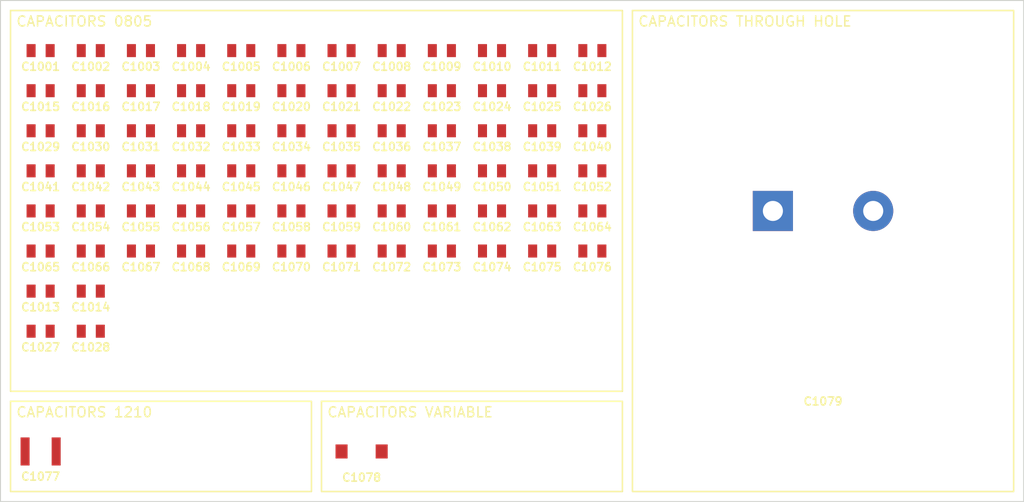
<source format=kicad_pcb>
(kicad_pcb (version 20241229) (generator "pcbnew") (generator_version "9.0")
  (title_block (title "Capacitors") (date "2026-01-06") (rev "1") (comment 1 "-") (comment 2 "-"))
  (layers (0 "F.Cu" signal) (2 "B.Cu" signal) (13 "F.Paste" user) (15 "B.Paste" user) (5 "F.SilkS" user "F.Silkscreen") (7 "B.SilkS" user "B.Silkscreen") (1 "F.Mask" user) (3 "B.Mask" user) (25 "Edge.Cuts" user))
  (net 0 "")
  (footprint "lily_footprints:cap_0805" (layer "F.Cu") (at 149 71)
    (property "Reference" "C1062" (at 0 1.6 0) (layer "F.SilkS") (effects (font (size 0.8 0.8) (thickness 0.16))))
    (property "Value" "56n" (hide yes))
    (pad "1" smd rect (at -0.95 0) (size 0.9 1.3) (layers "F.Cu" "F.Mask" "F.Paste"))
    (pad "2" smd rect (at 0.95 0) (size 0.9 1.3) (layers "F.Cu" "F.Mask" "F.Paste"))
  )
  (footprint "lily_footprints:cap_0805" (layer "F.Cu") (at 139 63)
    (property "Reference" "C1036" (at 0 1.6 0) (layer "F.SilkS") (effects (font (size 0.8 0.8) (thickness 0.16))))
    (property "Value" "390p" (hide yes))
    (pad "1" smd rect (at -0.95 0) (size 0.9 1.3) (layers "F.Cu" "F.Mask" "F.Paste"))
    (pad "2" smd rect (at 0.95 0) (size 0.9 1.3) (layers "F.Cu" "F.Mask" "F.Paste"))
  )
  (footprint "lily_footprints:cap_0805" (layer "F.Cu") (at 119 55)
    (property "Reference" "C1004" (at 0 1.6 0) (layer "F.SilkS") (effects (font (size 0.8 0.8) (thickness 0.16))))
    (property "Value" "1p8" (hide yes))
    (pad "1" smd rect (at -0.95 0) (size 0.9 1.3) (layers "F.Cu" "F.Mask" "F.Paste"))
    (pad "2" smd rect (at 0.95 0) (size 0.9 1.3) (layers "F.Cu" "F.Mask" "F.Paste"))
  )
  (footprint "lily_footprints:cap_0805" (layer "F.Cu") (at 114 63)
    (property "Reference" "C1031" (at 0 1.6 0) (layer "F.SilkS") (effects (font (size 0.8 0.8) (thickness 0.16))))
    (property "Value" "150p" (hide yes))
    (pad "1" smd rect (at -0.95 0) (size 0.9 1.3) (layers "F.Cu" "F.Mask" "F.Paste"))
    (pad "2" smd rect (at 0.95 0) (size 0.9 1.3) (layers "F.Cu" "F.Mask" "F.Paste"))
  )
  (footprint "lily_footprints:cap_0805" (layer "F.Cu") (at 104 63)
    (property "Reference" "C1029" (at 0 1.6 0) (layer "F.SilkS") (effects (font (size 0.8 0.8) (thickness 0.16))))
    (property "Value" "100p" (hide yes))
    (pad "1" smd rect (at -0.95 0) (size 0.9 1.3) (layers "F.Cu" "F.Mask" "F.Paste"))
    (pad "2" smd rect (at 0.95 0) (size 0.9 1.3) (layers "F.Cu" "F.Mask" "F.Paste"))
  )
  (footprint "lily_footprints:cap_0805" (layer "F.Cu") (at 109 83)
    (property "Reference" "C1028" (at 0 1.6 0) (layer "F.SilkS") (effects (font (size 0.8 0.8) (thickness 0.16))))
    (property "Value" "22u" (hide yes))
    (pad "1" smd rect (at -0.95 0) (size 0.9 1.3) (layers "F.Cu" "F.Mask" "F.Paste"))
    (pad "2" smd rect (at 0.95 0) (size 0.9 1.3) (layers "F.Cu" "F.Mask" "F.Paste"))
  )
  (footprint "lily_footprints:cap_0805" (layer "F.Cu") (at 129 63)
    (property "Reference" "C1034" (at 0 1.6 0) (layer "F.SilkS") (effects (font (size 0.8 0.8) (thickness 0.16))))
    (property "Value" "270p" (hide yes))
    (pad "1" smd rect (at -0.95 0) (size 0.9 1.3) (layers "F.Cu" "F.Mask" "F.Paste"))
    (pad "2" smd rect (at 0.95 0) (size 0.9 1.3) (layers "F.Cu" "F.Mask" "F.Paste"))
  )
  (footprint "lily_footprints:cap_0805" (layer "F.Cu") (at 109 67)
    (property "Reference" "C1042" (at 0 1.6 0) (layer "F.SilkS") (effects (font (size 0.8 0.8) (thickness 0.16))))
    (property "Value" "1n2" (hide yes))
    (pad "1" smd rect (at -0.95 0) (size 0.9 1.3) (layers "F.Cu" "F.Mask" "F.Paste"))
    (pad "2" smd rect (at 0.95 0) (size 0.9 1.3) (layers "F.Cu" "F.Mask" "F.Paste"))
  )
  (footprint "lily_footprints:cap_0805" (layer "F.Cu") (at 149 63)
    (property "Reference" "C1038" (at 0 1.6 0) (layer "F.SilkS") (effects (font (size 0.8 0.8) (thickness 0.16))))
    (property "Value" "560p" (hide yes))
    (pad "1" smd rect (at -0.95 0) (size 0.9 1.3) (layers "F.Cu" "F.Mask" "F.Paste"))
    (pad "2" smd rect (at 0.95 0) (size 0.9 1.3) (layers "F.Cu" "F.Mask" "F.Paste"))
  )
  (footprint "lily_footprints:cap_0805" (layer "F.Cu") (at 134 63)
    (property "Reference" "C1035" (at 0 1.6 0) (layer "F.SilkS") (effects (font (size 0.8 0.8) (thickness 0.16))))
    (property "Value" "330p" (hide yes))
    (pad "1" smd rect (at -0.95 0) (size 0.9 1.3) (layers "F.Cu" "F.Mask" "F.Paste"))
    (pad "2" smd rect (at 0.95 0) (size 0.9 1.3) (layers "F.Cu" "F.Mask" "F.Paste"))
  )
  (footprint "lily_footprints:cap_0805" (layer "F.Cu") (at 119 71)
    (property "Reference" "C1056" (at 0 1.6 0) (layer "F.SilkS") (effects (font (size 0.8 0.8) (thickness 0.16))))
    (property "Value" "18n" (hide yes))
    (pad "1" smd rect (at -0.95 0) (size 0.9 1.3) (layers "F.Cu" "F.Mask" "F.Paste"))
    (pad "2" smd rect (at 0.95 0) (size 0.9 1.3) (layers "F.Cu" "F.Mask" "F.Paste"))
  )
  (footprint "lily_footprints:cap_1210" (layer "F.Cu") (at 104 95)
    (property "Reference" "C1077" (at 0 2.5 0) (layer "F.SilkS") (effects (font (size 0.8 0.8) (thickness 0.16))))
    (property "Value" "47u" (hide yes))
    (pad "1" smd rect (at -1.55 0) (size 0.9 2.8) (layers "F.Cu" "F.Mask" "F.Paste"))
    (pad "2" smd rect (at 1.55 0) (size 0.9 2.8) (layers "F.Cu" "F.Mask" "F.Paste"))
  )
  (footprint "lily_footprints:cap_0805" (layer "F.Cu") (at 144 63)
    (property "Reference" "C1037" (at 0 1.6 0) (layer "F.SilkS") (effects (font (size 0.8 0.8) (thickness 0.16))))
    (property "Value" "470p" (hide yes))
    (pad "1" smd rect (at -0.95 0) (size 0.9 1.3) (layers "F.Cu" "F.Mask" "F.Paste"))
    (pad "2" smd rect (at 0.95 0) (size 0.9 1.3) (layers "F.Cu" "F.Mask" "F.Paste"))
  )
  (footprint "lily_footprints:cap_0805" (layer "F.Cu") (at 124 59)
    (property "Reference" "C1019" (at 0 1.6 0) (layer "F.SilkS") (effects (font (size 0.8 0.8) (thickness 0.16))))
    (property "Value" "22p" (hide yes))
    (pad "1" smd rect (at -0.95 0) (size 0.9 1.3) (layers "F.Cu" "F.Mask" "F.Paste"))
    (pad "2" smd rect (at 0.95 0) (size 0.9 1.3) (layers "F.Cu" "F.Mask" "F.Paste"))
  )
  (footprint "lily_footprints:cap_0805" (layer "F.Cu") (at 149 75)
    (property "Reference" "C1074" (at 0 1.6 0) (layer "F.SilkS") (effects (font (size 0.8 0.8) (thickness 0.16))))
    (property "Value" "560n" (hide yes))
    (pad "1" smd rect (at -0.95 0) (size 0.9 1.3) (layers "F.Cu" "F.Mask" "F.Paste"))
    (pad "2" smd rect (at 0.95 0) (size 0.9 1.3) (layers "F.Cu" "F.Mask" "F.Paste"))
  )
  (footprint "lily_footprints:cap_0805" (layer "F.Cu") (at 144 55)
    (property "Reference" "C1009" (at 0 1.6 0) (layer "F.SilkS") (effects (font (size 0.8 0.8) (thickness 0.16))))
    (property "Value" "4p7" (hide yes))
    (pad "1" smd rect (at -0.95 0) (size 0.9 1.3) (layers "F.Cu" "F.Mask" "F.Paste"))
    (pad "2" smd rect (at 0.95 0) (size 0.9 1.3) (layers "F.Cu" "F.Mask" "F.Paste"))
  )
  (footprint "lily_footprints:cap_0805" (layer "F.Cu") (at 139 75)
    (property "Reference" "C1072" (at 0 1.6 0) (layer "F.SilkS") (effects (font (size 0.8 0.8) (thickness 0.16))))
    (property "Value" "390n" (hide yes))
    (pad "1" smd rect (at -0.95 0) (size 0.9 1.3) (layers "F.Cu" "F.Mask" "F.Paste"))
    (pad "2" smd rect (at 0.95 0) (size 0.9 1.3) (layers "F.Cu" "F.Mask" "F.Paste"))
  )
  (footprint "lily_footprints:cap_0805" (layer "F.Cu") (at 119 75)
    (property "Reference" "C1068" (at 0 1.6 0) (layer "F.SilkS") (effects (font (size 0.8 0.8) (thickness 0.16))))
    (property "Value" "180n" (hide yes))
    (pad "1" smd rect (at -0.95 0) (size 0.9 1.3) (layers "F.Cu" "F.Mask" "F.Paste"))
    (pad "2" smd rect (at 0.95 0) (size 0.9 1.3) (layers "F.Cu" "F.Mask" "F.Paste"))
  )
  (footprint "lily_footprints:cap_0805" (layer "F.Cu") (at 144 71)
    (property "Reference" "C1061" (at 0 1.6 0) (layer "F.SilkS") (effects (font (size 0.8 0.8) (thickness 0.16))))
    (property "Value" "47n" (hide yes))
    (pad "1" smd rect (at -0.95 0) (size 0.9 1.3) (layers "F.Cu" "F.Mask" "F.Paste"))
    (pad "2" smd rect (at 0.95 0) (size 0.9 1.3) (layers "F.Cu" "F.Mask" "F.Paste"))
  )
  (footprint "lily_footprints:cap_0805" (layer "F.Cu") (at 104 55)
    (property "Reference" "C1001" (at 0 1.6 0) (layer "F.SilkS") (effects (font (size 0.8 0.8) (thickness 0.16))))
    (property "Value" "1p0" (hide yes))
    (pad "1" smd rect (at -0.95 0) (size 0.9 1.3) (layers "F.Cu" "F.Mask" "F.Paste"))
    (pad "2" smd rect (at 0.95 0) (size 0.9 1.3) (layers "F.Cu" "F.Mask" "F.Paste"))
  )
  (footprint "lily_footprints:cap_0805" (layer "F.Cu") (at 139 59)
    (property "Reference" "C1022" (at 0 1.6 0) (layer "F.SilkS") (effects (font (size 0.8 0.8) (thickness 0.16))))
    (property "Value" "39p" (hide yes))
    (pad "1" smd rect (at -0.95 0) (size 0.9 1.3) (layers "F.Cu" "F.Mask" "F.Paste"))
    (pad "2" smd rect (at 0.95 0) (size 0.9 1.3) (layers "F.Cu" "F.Mask" "F.Paste"))
  )
  (footprint "lily_footprints:cap_0805" (layer "F.Cu") (at 144 75)
    (property "Reference" "C1073" (at 0 1.6 0) (layer "F.SilkS") (effects (font (size 0.8 0.8) (thickness 0.16))))
    (property "Value" "470n" (hide yes))
    (pad "1" smd rect (at -0.95 0) (size 0.9 1.3) (layers "F.Cu" "F.Mask" "F.Paste"))
    (pad "2" smd rect (at 0.95 0) (size 0.9 1.3) (layers "F.Cu" "F.Mask" "F.Paste"))
  )
  (footprint "lily_footprints:cap_0805" (layer "F.Cu") (at 129 75)
    (property "Reference" "C1070" (at 0 1.6 0) (layer "F.SilkS") (effects (font (size 0.8 0.8) (thickness 0.16))))
    (property "Value" "270n" (hide yes))
    (pad "1" smd rect (at -0.95 0) (size 0.9 1.3) (layers "F.Cu" "F.Mask" "F.Paste"))
    (pad "2" smd rect (at 0.95 0) (size 0.9 1.3) (layers "F.Cu" "F.Mask" "F.Paste"))
  )
  (footprint "lily_footprints:cap_0805" (layer "F.Cu") (at 124 55)
    (property "Reference" "C1005" (at 0 1.6 0) (layer "F.SilkS") (effects (font (size 0.8 0.8) (thickness 0.16))))
    (property "Value" "2p2" (hide yes))
    (pad "1" smd rect (at -0.95 0) (size 0.9 1.3) (layers "F.Cu" "F.Mask" "F.Paste"))
    (pad "2" smd rect (at 0.95 0) (size 0.9 1.3) (layers "F.Cu" "F.Mask" "F.Paste"))
  )
  (footprint "lily_footprints:cap_0805" (layer "F.Cu") (at 139 55)
    (property "Reference" "C1008" (at 0 1.6 0) (layer "F.SilkS") (effects (font (size 0.8 0.8) (thickness 0.16))))
    (property "Value" "3p9" (hide yes))
    (pad "1" smd rect (at -0.95 0) (size 0.9 1.3) (layers "F.Cu" "F.Mask" "F.Paste"))
    (pad "2" smd rect (at 0.95 0) (size 0.9 1.3) (layers "F.Cu" "F.Mask" "F.Paste"))
  )
  (footprint "lily_footprints:cap_0805" (layer "F.Cu") (at 159 59)
    (property "Reference" "C1026" (at 0 1.6 0) (layer "F.SilkS") (effects (font (size 0.8 0.8) (thickness 0.16))))
    (property "Value" "82p" (hide yes))
    (pad "1" smd rect (at -0.95 0) (size 0.9 1.3) (layers "F.Cu" "F.Mask" "F.Paste"))
    (pad "2" smd rect (at 0.95 0) (size 0.9 1.3) (layers "F.Cu" "F.Mask" "F.Paste"))
  )
  (footprint "lily_footprints:cap_elec_rad_35x52mm_th" (layer "F.Cu") (at 177 71)
    (property "Reference" "C1079" (at 5 19 0) (layer "F.SilkS") (effects (font (size 0.8 0.8) (thickness 0.16))))
    (property "Value" "15m" (hide yes))
    (pad "1" thru_hole rect (at 0 0) (size 4 4) (drill 2) (layers "*.Cu" "*.Mask"))
    (pad "2" thru_hole circle (at 10 0) (size 4 4) (drill 2) (layers "*.Cu" "*.Mask"))
  )
  (footprint "lily_footprints:cap_0805" (layer "F.Cu") (at 159 71)
    (property "Reference" "C1064" (at 0 1.6 0) (layer "F.SilkS") (effects (font (size 0.8 0.8) (thickness 0.16))))
    (property "Value" "82n" (hide yes))
    (pad "1" smd rect (at -0.95 0) (size 0.9 1.3) (layers "F.Cu" "F.Mask" "F.Paste"))
    (pad "2" smd rect (at 0.95 0) (size 0.9 1.3) (layers "F.Cu" "F.Mask" "F.Paste"))
  )
  (footprint "lily_footprints:cap_0805" (layer "F.Cu") (at 104 79)
    (property "Reference" "C1013" (at 0 1.6 0) (layer "F.SilkS") (effects (font (size 0.8 0.8) (thickness 0.16))))
    (property "Value" "1u0" (hide yes))
    (pad "1" smd rect (at -0.95 0) (size 0.9 1.3) (layers "F.Cu" "F.Mask" "F.Paste"))
    (pad "2" smd rect (at 0.95 0) (size 0.9 1.3) (layers "F.Cu" "F.Mask" "F.Paste"))
  )
  (footprint "lily_footprints:cap_0805" (layer "F.Cu") (at 104 75)
    (property "Reference" "C1065" (at 0 1.6 0) (layer "F.SilkS") (effects (font (size 0.8 0.8) (thickness 0.16))))
    (property "Value" "100n" (hide yes))
    (pad "1" smd rect (at -0.95 0) (size 0.9 1.3) (layers "F.Cu" "F.Mask" "F.Paste"))
    (pad "2" smd rect (at 0.95 0) (size 0.9 1.3) (layers "F.Cu" "F.Mask" "F.Paste"))
  )
  (footprint "lily_footprints:cap_0805" (layer "F.Cu") (at 119 67)
    (property "Reference" "C1044" (at 0 1.6 0) (layer "F.SilkS") (effects (font (size 0.8 0.8) (thickness 0.16))))
    (property "Value" "1n8" (hide yes))
    (pad "1" smd rect (at -0.95 0) (size 0.9 1.3) (layers "F.Cu" "F.Mask" "F.Paste"))
    (pad "2" smd rect (at 0.95 0) (size 0.9 1.3) (layers "F.Cu" "F.Mask" "F.Paste"))
  )
  (footprint "lily_footprints:cap_0805" (layer "F.Cu") (at 124 75)
    (property "Reference" "C1069" (at 0 1.6 0) (layer "F.SilkS") (effects (font (size 0.8 0.8) (thickness 0.16))))
    (property "Value" "220n" (hide yes))
    (pad "1" smd rect (at -0.95 0) (size 0.9 1.3) (layers "F.Cu" "F.Mask" "F.Paste"))
    (pad "2" smd rect (at 0.95 0) (size 0.9 1.3) (layers "F.Cu" "F.Mask" "F.Paste"))
  )
  (footprint "lily_footprints:cap_0805" (layer "F.Cu") (at 134 75)
    (property "Reference" "C1071" (at 0 1.6 0) (layer "F.SilkS") (effects (font (size 0.8 0.8) (thickness 0.16))))
    (property "Value" "330n" (hide yes))
    (pad "1" smd rect (at -0.95 0) (size 0.9 1.3) (layers "F.Cu" "F.Mask" "F.Paste"))
    (pad "2" smd rect (at 0.95 0) (size 0.9 1.3) (layers "F.Cu" "F.Mask" "F.Paste"))
  )
  (footprint "lily_footprints:cap_0805" (layer "F.Cu") (at 149 55)
    (property "Reference" "C1010" (at 0 1.6 0) (layer "F.SilkS") (effects (font (size 0.8 0.8) (thickness 0.16))))
    (property "Value" "5p6" (hide yes))
    (pad "1" smd rect (at -0.95 0) (size 0.9 1.3) (layers "F.Cu" "F.Mask" "F.Paste"))
    (pad "2" smd rect (at 0.95 0) (size 0.9 1.3) (layers "F.Cu" "F.Mask" "F.Paste"))
  )
  (footprint "lily_footprints:cap_0805" (layer "F.Cu") (at 104 71)
    (property "Reference" "C1053" (at 0 1.6 0) (layer "F.SilkS") (effects (font (size 0.8 0.8) (thickness 0.16))))
    (property "Value" "10n" (hide yes))
    (pad "1" smd rect (at -0.95 0) (size 0.9 1.3) (layers "F.Cu" "F.Mask" "F.Paste"))
    (pad "2" smd rect (at 0.95 0) (size 0.9 1.3) (layers "F.Cu" "F.Mask" "F.Paste"))
  )
  (footprint "lily_footprints:cap_0805" (layer "F.Cu") (at 114 67)
    (property "Reference" "C1043" (at 0 1.6 0) (layer "F.SilkS") (effects (font (size 0.8 0.8) (thickness 0.16))))
    (property "Value" "1n5" (hide yes))
    (pad "1" smd rect (at -0.95 0) (size 0.9 1.3) (layers "F.Cu" "F.Mask" "F.Paste"))
    (pad "2" smd rect (at 0.95 0) (size 0.9 1.3) (layers "F.Cu" "F.Mask" "F.Paste"))
  )
  (footprint "lily_footprints:cap_0805" (layer "F.Cu") (at 109 75)
    (property "Reference" "C1066" (at 0 1.6 0) (layer "F.SilkS") (effects (font (size 0.8 0.8) (thickness 0.16))))
    (property "Value" "120n" (hide yes))
    (pad "1" smd rect (at -0.95 0) (size 0.9 1.3) (layers "F.Cu" "F.Mask" "F.Paste"))
    (pad "2" smd rect (at 0.95 0) (size 0.9 1.3) (layers "F.Cu" "F.Mask" "F.Paste"))
  )
  (footprint "lily_footprints:cap_0805" (layer "F.Cu") (at 134 59)
    (property "Reference" "C1021" (at 0 1.6 0) (layer "F.SilkS") (effects (font (size 0.8 0.8) (thickness 0.16))))
    (property "Value" "33p" (hide yes))
    (pad "1" smd rect (at -0.95 0) (size 0.9 1.3) (layers "F.Cu" "F.Mask" "F.Paste"))
    (pad "2" smd rect (at 0.95 0) (size 0.9 1.3) (layers "F.Cu" "F.Mask" "F.Paste"))
  )
  (footprint "lily_footprints:cap_0805" (layer "F.Cu") (at 154 59)
    (property "Reference" "C1025" (at 0 1.6 0) (layer "F.SilkS") (effects (font (size 0.8 0.8) (thickness 0.16))))
    (property "Value" "68p" (hide yes))
    (pad "1" smd rect (at -0.95 0) (size 0.9 1.3) (layers "F.Cu" "F.Mask" "F.Paste"))
    (pad "2" smd rect (at 0.95 0) (size 0.9 1.3) (layers "F.Cu" "F.Mask" "F.Paste"))
  )
  (footprint "lily_footprints:cap_0805" (layer "F.Cu") (at 134 67)
    (property "Reference" "C1047" (at 0 1.6 0) (layer "F.SilkS") (effects (font (size 0.8 0.8) (thickness 0.16))))
    (property "Value" "3n3" (hide yes))
    (pad "1" smd rect (at -0.95 0) (size 0.9 1.3) (layers "F.Cu" "F.Mask" "F.Paste"))
    (pad "2" smd rect (at 0.95 0) (size 0.9 1.3) (layers "F.Cu" "F.Mask" "F.Paste"))
  )
  (footprint "lily_footprints:cap_0805" (layer "F.Cu") (at 154 75)
    (property "Reference" "C1075" (at 0 1.6 0) (layer "F.SilkS") (effects (font (size 0.8 0.8) (thickness 0.16))))
    (property "Value" "680n" (hide yes))
    (pad "1" smd rect (at -0.95 0) (size 0.9 1.3) (layers "F.Cu" "F.Mask" "F.Paste"))
    (pad "2" smd rect (at 0.95 0) (size 0.9 1.3) (layers "F.Cu" "F.Mask" "F.Paste"))
  )
  (footprint "lily_footprints:cap_0805" (layer "F.Cu") (at 129 71)
    (property "Reference" "C1058" (at 0 1.6 0) (layer "F.SilkS") (effects (font (size 0.8 0.8) (thickness 0.16))))
    (property "Value" "27n" (hide yes))
    (pad "1" smd rect (at -0.95 0) (size 0.9 1.3) (layers "F.Cu" "F.Mask" "F.Paste"))
    (pad "2" smd rect (at 0.95 0) (size 0.9 1.3) (layers "F.Cu" "F.Mask" "F.Paste"))
  )
  (footprint "lily_footprints:cap_0805" (layer "F.Cu") (at 134 55)
    (property "Reference" "C1007" (at 0 1.6 0) (layer "F.SilkS") (effects (font (size 0.8 0.8) (thickness 0.16))))
    (property "Value" "3p3" (hide yes))
    (pad "1" smd rect (at -0.95 0) (size 0.9 1.3) (layers "F.Cu" "F.Mask" "F.Paste"))
    (pad "2" smd rect (at 0.95 0) (size 0.9 1.3) (layers "F.Cu" "F.Mask" "F.Paste"))
  )
  (footprint "lily_footprints:cap_0805" (layer "F.Cu") (at 104 67)
    (property "Reference" "C1041" (at 0 1.6 0) (layer "F.SilkS") (effects (font (size 0.8 0.8) (thickness 0.16))))
    (property "Value" "1n0" (hide yes))
    (pad "1" smd rect (at -0.95 0) (size 0.9 1.3) (layers "F.Cu" "F.Mask" "F.Paste"))
    (pad "2" smd rect (at 0.95 0) (size 0.9 1.3) (layers "F.Cu" "F.Mask" "F.Paste"))
  )
  (footprint "lily_footprints:cap_0805" (layer "F.Cu") (at 139 71)
    (property "Reference" "C1060" (at 0 1.6 0) (layer "F.SilkS") (effects (font (size 0.8 0.8) (thickness 0.16))))
    (property "Value" "39n" (hide yes))
    (pad "1" smd rect (at -0.95 0) (size 0.9 1.3) (layers "F.Cu" "F.Mask" "F.Paste"))
    (pad "2" smd rect (at 0.95 0) (size 0.9 1.3) (layers "F.Cu" "F.Mask" "F.Paste"))
  )
  (footprint "lily_footprints:cap_0805" (layer "F.Cu") (at 109 71)
    (property "Reference" "C1054" (at 0 1.6 0) (layer "F.SilkS") (effects (font (size 0.8 0.8) (thickness 0.16))))
    (property "Value" "12n" (hide yes))
    (pad "1" smd rect (at -0.95 0) (size 0.9 1.3) (layers "F.Cu" "F.Mask" "F.Paste"))
    (pad "2" smd rect (at 0.95 0) (size 0.9 1.3) (layers "F.Cu" "F.Mask" "F.Paste"))
  )
  (footprint "lily_footprints:cap_0805" (layer "F.Cu") (at 114 71)
    (property "Reference" "C1055" (at 0 1.6 0) (layer "F.SilkS") (effects (font (size 0.8 0.8) (thickness 0.16))))
    (property "Value" "15n" (hide yes))
    (pad "1" smd rect (at -0.95 0) (size 0.9 1.3) (layers "F.Cu" "F.Mask" "F.Paste"))
    (pad "2" smd rect (at 0.95 0) (size 0.9 1.3) (layers "F.Cu" "F.Mask" "F.Paste"))
  )
  (footprint "lily_footprints:cap_0805" (layer "F.Cu") (at 114 55)
    (property "Reference" "C1003" (at 0 1.6 0) (layer "F.SilkS") (effects (font (size 0.8 0.8) (thickness 0.16))))
    (property "Value" "1p5" (hide yes))
    (pad "1" smd rect (at -0.95 0) (size 0.9 1.3) (layers "F.Cu" "F.Mask" "F.Paste"))
    (pad "2" smd rect (at 0.95 0) (size 0.9 1.3) (layers "F.Cu" "F.Mask" "F.Paste"))
  )
  (footprint "lily_footprints:cap_0805" (layer "F.Cu") (at 109 79)
    (property "Reference" "C1014" (at 0 1.6 0) (layer "F.SilkS") (effects (font (size 0.8 0.8) (thickness 0.16))))
    (property "Value" "4u7" (hide yes))
    (pad "1" smd rect (at -0.95 0) (size 0.9 1.3) (layers "F.Cu" "F.Mask" "F.Paste"))
    (pad "2" smd rect (at 0.95 0) (size 0.9 1.3) (layers "F.Cu" "F.Mask" "F.Paste"))
  )
  (footprint "lily_footprints:cap_0805" (layer "F.Cu") (at 129 67)
    (property "Reference" "C1046" (at 0 1.6 0) (layer "F.SilkS") (effects (font (size 0.8 0.8) (thickness 0.16))))
    (property "Value" "2n7" (hide yes))
    (pad "1" smd rect (at -0.95 0) (size 0.9 1.3) (layers "F.Cu" "F.Mask" "F.Paste"))
    (pad "2" smd rect (at 0.95 0) (size 0.9 1.3) (layers "F.Cu" "F.Mask" "F.Paste"))
  )
  (footprint "lily_footprints:cap_0805" (layer "F.Cu") (at 114 59)
    (property "Reference" "C1017" (at 0 1.6 0) (layer "F.SilkS") (effects (font (size 0.8 0.8) (thickness 0.16))))
    (property "Value" "15p" (hide yes))
    (pad "1" smd rect (at -0.95 0) (size 0.9 1.3) (layers "F.Cu" "F.Mask" "F.Paste"))
    (pad "2" smd rect (at 0.95 0) (size 0.9 1.3) (layers "F.Cu" "F.Mask" "F.Paste"))
  )
  (footprint "lily_footprints:cap_0805" (layer "F.Cu") (at 119 63)
    (property "Reference" "C1032" (at 0 1.6 0) (layer "F.SilkS") (effects (font (size 0.8 0.8) (thickness 0.16))))
    (property "Value" "180p" (hide yes))
    (pad "1" smd rect (at -0.95 0) (size 0.9 1.3) (layers "F.Cu" "F.Mask" "F.Paste"))
    (pad "2" smd rect (at 0.95 0) (size 0.9 1.3) (layers "F.Cu" "F.Mask" "F.Paste"))
  )
  (footprint "lily_footprints:cap_0805" (layer "F.Cu") (at 154 67)
    (property "Reference" "C1051" (at 0 1.6 0) (layer "F.SilkS") (effects (font (size 0.8 0.8) (thickness 0.16))))
    (property "Value" "6n8" (hide yes))
    (pad "1" smd rect (at -0.95 0) (size 0.9 1.3) (layers "F.Cu" "F.Mask" "F.Paste"))
    (pad "2" smd rect (at 0.95 0) (size 0.9 1.3) (layers "F.Cu" "F.Mask" "F.Paste"))
  )
  (footprint "lily_footprints:cap_0805" (layer "F.Cu") (at 149 67)
    (property "Reference" "C1050" (at 0 1.6 0) (layer "F.SilkS") (effects (font (size 0.8 0.8) (thickness 0.16))))
    (property "Value" "5n6" (hide yes))
    (pad "1" smd rect (at -0.95 0) (size 0.9 1.3) (layers "F.Cu" "F.Mask" "F.Paste"))
    (pad "2" smd rect (at 0.95 0) (size 0.9 1.3) (layers "F.Cu" "F.Mask" "F.Paste"))
  )
  (footprint "lily_footprints:cap_0805" (layer "F.Cu") (at 109 55)
    (property "Reference" "C1002" (at 0 1.6 0) (layer "F.SilkS") (effects (font (size 0.8 0.8) (thickness 0.16))))
    (property "Value" "1p2" (hide yes))
    (pad "1" smd rect (at -0.95 0) (size 0.9 1.3) (layers "F.Cu" "F.Mask" "F.Paste"))
    (pad "2" smd rect (at 0.95 0) (size 0.9 1.3) (layers "F.Cu" "F.Mask" "F.Paste"))
  )
  (footprint "lily_footprints:cap_0805" (layer "F.Cu") (at 154 55)
    (property "Reference" "C1011" (at 0 1.6 0) (layer "F.SilkS") (effects (font (size 0.8 0.8) (thickness 0.16))))
    (property "Value" "6p8" (hide yes))
    (pad "1" smd rect (at -0.95 0) (size 0.9 1.3) (layers "F.Cu" "F.Mask" "F.Paste"))
    (pad "2" smd rect (at 0.95 0) (size 0.9 1.3) (layers "F.Cu" "F.Mask" "F.Paste"))
  )
  (footprint "lily_footprints:cap_0805" (layer "F.Cu") (at 159 67)
    (property "Reference" "C1052" (at 0 1.6 0) (layer "F.SilkS") (effects (font (size 0.8 0.8) (thickness 0.16))))
    (property "Value" "8n2" (hide yes))
    (pad "1" smd rect (at -0.95 0) (size 0.9 1.3) (layers "F.Cu" "F.Mask" "F.Paste"))
    (pad "2" smd rect (at 0.95 0) (size 0.9 1.3) (layers "F.Cu" "F.Mask" "F.Paste"))
  )
  (footprint "lily_footprints:cap_0805" (layer "F.Cu") (at 129 55)
    (property "Reference" "C1006" (at 0 1.6 0) (layer "F.SilkS") (effects (font (size 0.8 0.8) (thickness 0.16))))
    (property "Value" "2p7" (hide yes))
    (pad "1" smd rect (at -0.95 0) (size 0.9 1.3) (layers "F.Cu" "F.Mask" "F.Paste"))
    (pad "2" smd rect (at 0.95 0) (size 0.9 1.3) (layers "F.Cu" "F.Mask" "F.Paste"))
  )
  (footprint "lily_footprints:cap_0805" (layer "F.Cu") (at 124 71)
    (property "Reference" "C1057" (at 0 1.6 0) (layer "F.SilkS") (effects (font (size 0.8 0.8) (thickness 0.16))))
    (property "Value" "22n" (hide yes))
    (pad "1" smd rect (at -0.95 0) (size 0.9 1.3) (layers "F.Cu" "F.Mask" "F.Paste"))
    (pad "2" smd rect (at 0.95 0) (size 0.9 1.3) (layers "F.Cu" "F.Mask" "F.Paste"))
  )
  (footprint "lily_footprints:cap_0805" (layer "F.Cu") (at 144 67)
    (property "Reference" "C1049" (at 0 1.6 0) (layer "F.SilkS") (effects (font (size 0.8 0.8) (thickness 0.16))))
    (property "Value" "4n7" (hide yes))
    (pad "1" smd rect (at -0.95 0) (size 0.9 1.3) (layers "F.Cu" "F.Mask" "F.Paste"))
    (pad "2" smd rect (at 0.95 0) (size 0.9 1.3) (layers "F.Cu" "F.Mask" "F.Paste"))
  )
  (footprint "lily_footprints:cap_0805" (layer "F.Cu") (at 139 67)
    (property "Reference" "C1048" (at 0 1.6 0) (layer "F.SilkS") (effects (font (size 0.8 0.8) (thickness 0.16))))
    (property "Value" "3n9" (hide yes))
    (pad "1" smd rect (at -0.95 0) (size 0.9 1.3) (layers "F.Cu" "F.Mask" "F.Paste"))
    (pad "2" smd rect (at 0.95 0) (size 0.9 1.3) (layers "F.Cu" "F.Mask" "F.Paste"))
  )
  (footprint "lily_footprints:cap_0805" (layer "F.Cu") (at 124 63)
    (property "Reference" "C1033" (at 0 1.6 0) (layer "F.SilkS") (effects (font (size 0.8 0.8) (thickness 0.16))))
    (property "Value" "220p" (hide yes))
    (pad "1" smd rect (at -0.95 0) (size 0.9 1.3) (layers "F.Cu" "F.Mask" "F.Paste"))
    (pad "2" smd rect (at 0.95 0) (size 0.9 1.3) (layers "F.Cu" "F.Mask" "F.Paste"))
  )
  (footprint "lily_footprints:cap_0805" (layer "F.Cu") (at 104 59)
    (property "Reference" "C1015" (at 0 1.6 0) (layer "F.SilkS") (effects (font (size 0.8 0.8) (thickness 0.16))))
    (property "Value" "10p" (hide yes))
    (pad "1" smd rect (at -0.95 0) (size 0.9 1.3) (layers "F.Cu" "F.Mask" "F.Paste"))
    (pad "2" smd rect (at 0.95 0) (size 0.9 1.3) (layers "F.Cu" "F.Mask" "F.Paste"))
  )
  (footprint "lily_footprints:cap_0805" (layer "F.Cu") (at 144 59)
    (property "Reference" "C1023" (at 0 1.6 0) (layer "F.SilkS") (effects (font (size 0.8 0.8) (thickness 0.16))))
    (property "Value" "47p" (hide yes))
    (pad "1" smd rect (at -0.95 0) (size 0.9 1.3) (layers "F.Cu" "F.Mask" "F.Paste"))
    (pad "2" smd rect (at 0.95 0) (size 0.9 1.3) (layers "F.Cu" "F.Mask" "F.Paste"))
  )
  (footprint "lily_footprints:cap_trimmer_jz_series" (layer "F.Cu") (at 136 95)
    (property "Reference" "C1078" (at 0 2.6 0) (layer "F.SilkS") (effects (font (size 0.8 0.8) (thickness 0.16))))
    (property "Value" "20p" (hide yes))
    (pad "1" smd rect (at -2 0) (size 1.2 1.4) (layers "F.Cu" "F.Mask" "F.Paste"))
    (pad "2" smd rect (at 2 0) (size 1.2 1.4) (layers "F.Cu" "F.Mask" "F.Paste"))
  )
  (footprint "lily_footprints:cap_0805" (layer "F.Cu") (at 129 59)
    (property "Reference" "C1020" (at 0 1.6 0) (layer "F.SilkS") (effects (font (size 0.8 0.8) (thickness 0.16))))
    (property "Value" "27p" (hide yes))
    (pad "1" smd rect (at -0.95 0) (size 0.9 1.3) (layers "F.Cu" "F.Mask" "F.Paste"))
    (pad "2" smd rect (at 0.95 0) (size 0.9 1.3) (layers "F.Cu" "F.Mask" "F.Paste"))
  )
  (footprint "lily_footprints:cap_0805" (layer "F.Cu") (at 119 59)
    (property "Reference" "C1018" (at 0 1.6 0) (layer "F.SilkS") (effects (font (size 0.8 0.8) (thickness 0.16))))
    (property "Value" "18p" (hide yes))
    (pad "1" smd rect (at -0.95 0) (size 0.9 1.3) (layers "F.Cu" "F.Mask" "F.Paste"))
    (pad "2" smd rect (at 0.95 0) (size 0.9 1.3) (layers "F.Cu" "F.Mask" "F.Paste"))
  )
  (footprint "lily_footprints:cap_0805" (layer "F.Cu") (at 154 63)
    (property "Reference" "C1039" (at 0 1.6 0) (layer "F.SilkS") (effects (font (size 0.8 0.8) (thickness 0.16))))
    (property "Value" "680p" (hide yes))
    (pad "1" smd rect (at -0.95 0) (size 0.9 1.3) (layers "F.Cu" "F.Mask" "F.Paste"))
    (pad "2" smd rect (at 0.95 0) (size 0.9 1.3) (layers "F.Cu" "F.Mask" "F.Paste"))
  )
  (footprint "lily_footprints:cap_0805" (layer "F.Cu") (at 149 59)
    (property "Reference" "C1024" (at 0 1.6 0) (layer "F.SilkS") (effects (font (size 0.8 0.8) (thickness 0.16))))
    (property "Value" "56p" (hide yes))
    (pad "1" smd rect (at -0.95 0) (size 0.9 1.3) (layers "F.Cu" "F.Mask" "F.Paste"))
    (pad "2" smd rect (at 0.95 0) (size 0.9 1.3) (layers "F.Cu" "F.Mask" "F.Paste"))
  )
  (footprint "lily_footprints:cap_0805" (layer "F.Cu") (at 154 71)
    (property "Reference" "C1063" (at 0 1.6 0) (layer "F.SilkS") (effects (font (size 0.8 0.8) (thickness 0.16))))
    (property "Value" "68n" (hide yes))
    (pad "1" smd rect (at -0.95 0) (size 0.9 1.3) (layers "F.Cu" "F.Mask" "F.Paste"))
    (pad "2" smd rect (at 0.95 0) (size 0.9 1.3) (layers "F.Cu" "F.Mask" "F.Paste"))
  )
  (footprint "lily_footprints:cap_0805" (layer "F.Cu") (at 159 63)
    (property "Reference" "C1040" (at 0 1.6 0) (layer "F.SilkS") (effects (font (size 0.8 0.8) (thickness 0.16))))
    (property "Value" "820p" (hide yes))
    (pad "1" smd rect (at -0.95 0) (size 0.9 1.3) (layers "F.Cu" "F.Mask" "F.Paste"))
    (pad "2" smd rect (at 0.95 0) (size 0.9 1.3) (layers "F.Cu" "F.Mask" "F.Paste"))
  )
  (footprint "lily_footprints:cap_0805" (layer "F.Cu") (at 109 59)
    (property "Reference" "C1016" (at 0 1.6 0) (layer "F.SilkS") (effects (font (size 0.8 0.8) (thickness 0.16))))
    (property "Value" "12p" (hide yes))
    (pad "1" smd rect (at -0.95 0) (size 0.9 1.3) (layers "F.Cu" "F.Mask" "F.Paste"))
    (pad "2" smd rect (at 0.95 0) (size 0.9 1.3) (layers "F.Cu" "F.Mask" "F.Paste"))
  )
  (footprint "lily_footprints:cap_0805" (layer "F.Cu") (at 104 83)
    (property "Reference" "C1027" (at 0 1.6 0) (layer "F.SilkS") (effects (font (size 0.8 0.8) (thickness 0.16))))
    (property "Value" "10u" (hide yes))
    (pad "1" smd rect (at -0.95 0) (size 0.9 1.3) (layers "F.Cu" "F.Mask" "F.Paste"))
    (pad "2" smd rect (at 0.95 0) (size 0.9 1.3) (layers "F.Cu" "F.Mask" "F.Paste"))
  )
  (footprint "lily_footprints:cap_0805" (layer "F.Cu") (at 159 75)
    (property "Reference" "C1076" (at 0 1.6 0) (layer "F.SilkS") (effects (font (size 0.8 0.8) (thickness 0.16))))
    (property "Value" "820n" (hide yes))
    (pad "1" smd rect (at -0.95 0) (size 0.9 1.3) (layers "F.Cu" "F.Mask" "F.Paste"))
    (pad "2" smd rect (at 0.95 0) (size 0.9 1.3) (layers "F.Cu" "F.Mask" "F.Paste"))
  )
  (footprint "lily_footprints:cap_0805" (layer "F.Cu") (at 109 63)
    (property "Reference" "C1030" (at 0 1.6 0) (layer "F.SilkS") (effects (font (size 0.8 0.8) (thickness 0.16))))
    (property "Value" "120p" (hide yes))
    (pad "1" smd rect (at -0.95 0) (size 0.9 1.3) (layers "F.Cu" "F.Mask" "F.Paste"))
    (pad "2" smd rect (at 0.95 0) (size 0.9 1.3) (layers "F.Cu" "F.Mask" "F.Paste"))
  )
  (footprint "lily_footprints:cap_0805" (layer "F.Cu") (at 114 75)
    (property "Reference" "C1067" (at 0 1.6 0) (layer "F.SilkS") (effects (font (size 0.8 0.8) (thickness 0.16))))
    (property "Value" "150n" (hide yes))
    (pad "1" smd rect (at -0.95 0) (size 0.9 1.3) (layers "F.Cu" "F.Mask" "F.Paste"))
    (pad "2" smd rect (at 0.95 0) (size 0.9 1.3) (layers "F.Cu" "F.Mask" "F.Paste"))
  )
  (footprint "lily_footprints:cap_0805" (layer "F.Cu") (at 124 67)
    (property "Reference" "C1045" (at 0 1.6 0) (layer "F.SilkS") (effects (font (size 0.8 0.8) (thickness 0.16))))
    (property "Value" "2n2" (hide yes))
    (pad "1" smd rect (at -0.95 0) (size 0.9 1.3) (layers "F.Cu" "F.Mask" "F.Paste"))
    (pad "2" smd rect (at 0.95 0) (size 0.9 1.3) (layers "F.Cu" "F.Mask" "F.Paste"))
  )
  (footprint "lily_footprints:cap_0805" (layer "F.Cu") (at 134 71)
    (property "Reference" "C1059" (at 0 1.6 0) (layer "F.SilkS") (effects (font (size 0.8 0.8) (thickness 0.16))))
    (property "Value" "33n" (hide yes))
    (pad "1" smd rect (at -0.95 0) (size 0.9 1.3) (layers "F.Cu" "F.Mask" "F.Paste"))
    (pad "2" smd rect (at 0.95 0) (size 0.9 1.3) (layers "F.Cu" "F.Mask" "F.Paste"))
  )
  (footprint "lily_footprints:cap_0805" (layer "F.Cu") (at 159 55)
    (property "Reference" "C1012" (at 0 1.6 0) (layer "F.SilkS") (effects (font (size 0.8 0.8) (thickness 0.16))))
    (property "Value" "8p2" (hide yes))
    (pad "1" smd rect (at -0.95 0) (size 0.9 1.3) (layers "F.Cu" "F.Mask" "F.Paste"))
    (pad "2" smd rect (at 0.95 0) (size 0.9 1.3) (layers "F.Cu" "F.Mask" "F.Paste"))
  )
  (gr_rect (start 163 51) (end 201 99) (stroke (width 0.15)) (fill no) (layer "F.SilkS"))
  (gr_rect (start 101 51) (end 162 89) (stroke (width 0.15)) (fill no) (layer "F.SilkS"))
  (gr_rect (start 101 90) (end 131 99) (stroke (width 0.15)) (fill no) (layer "F.SilkS"))
  (gr_rect (start 132 90) (end 162 99) (stroke (width 0.15)) (fill no) (layer "F.SilkS"))
  (gr_rect (start 100 50) (end 202 100) (stroke (width 0.1)) (fill no) (layer "Edge.Cuts"))
  (gr_text "CAPACITORS THROUGH HOLE" (at 163.5 51.5 0) (layer "F.SilkS") (effects (font (size 1 1)) (justify left top)))
  (gr_text "CAPACITORS 0805" (at 101.5 51.5 0) (layer "F.SilkS") (effects (font (size 1 1)) (justify left top)))
  (gr_text "CAPACITORS VARIABLE" (at 132.5 90.5 0) (layer "F.SilkS") (effects (font (size 1 1)) (justify left top)))
  (gr_text "CAPACITORS 1210" (at 101.5 90.5 0) (layer "F.SilkS") (effects (font (size 1 1)) (justify left top)))
)
</source>
